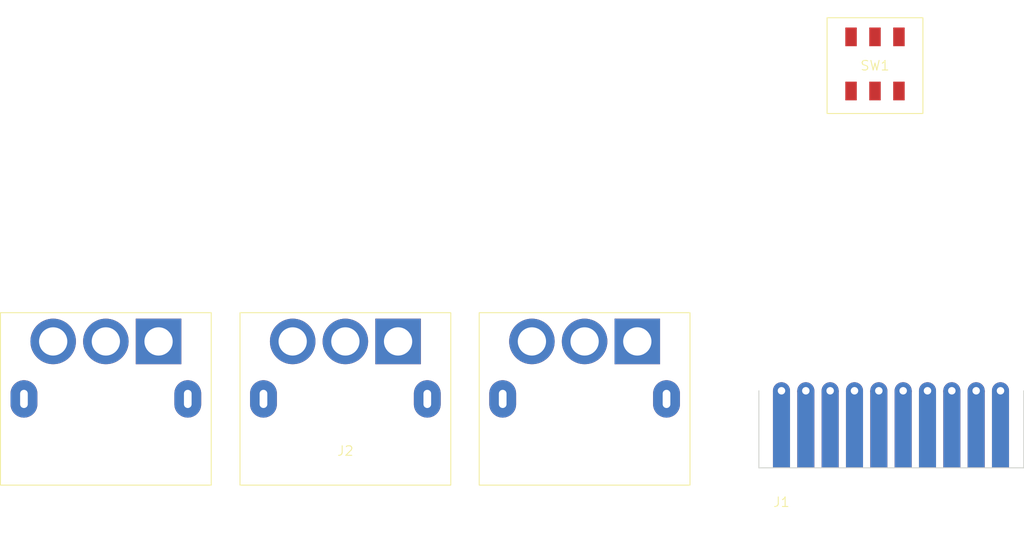
<source format=kicad_pcb>
(kicad_pcb (version 20221018) (generator pcbnew)
  (layers (0 "F.Cu" signal) (31 "B.Cu" signal) (34 "B.Paste" user) (35 "F.Paste" user) (36 "B.SilkS" user "B.Silkscreen") (37 "F.SilkS" user "F.Silkscreen") (38 "B.Mask" user) (39 "F.Mask" user) (44 "Edge.Cuts" user))
  (net 0 "")
  (net 1 "GND1")
  (net 2 "/tx0{slash}sda0")
  (net 3 "/rx0{slash}scl0")
  (net 4 "/tx1{slash}sda1")
  (net 5 "/rx1{slash}scl1")
  (net 6 "/tx2{slash}sda2")
  (net 7 "/rx2{slash}scl2")
  (net 8 "/48v")
  (net 9 "/24v")
  (net 10 "GND2")
  (net 11 "/12v")
  (net 12 "/5v")
  (net 13 "/tx")
  (net 14 "/sda")
  (net 15 "/rx")
  (net 16 "/scl")
  (footprint "2024-backplane:MR60PW-M_X3" (layer "F.Cu") (at 125.1 130.85)
    (fp_text reference "J2" (at 0 11.43 unlocked) (layer "F.SilkS") (effects (font (thickness 0.1))))
    (fp_text value "~")
    (fp_rect (start -36 -3) (end -14 15) (stroke (width 0.1)) (fill none) (layer "F.SilkS"))
    (fp_rect (start -11 -3) (end 11 15) (stroke (width 0.1)) (fill none) (layer "F.SilkS"))
    (fp_rect (start 13.97 -3) (end 35.97 15) (stroke (width 0.1)) (fill none) (layer "F.SilkS"))
    (pad "" thru_hole oval (at -33.55 6) (size 2.8 3.9) (drill oval 0.8 1.9) (layers "*.Cu" "*.Mask"))
    (pad "" thru_hole oval (at -16.45 6) (size 2.8 3.9) (drill oval 0.8 1.9) (layers "*.Cu" "*.Mask"))
    (pad "" thru_hole oval (at -8.55 6) (size 2.8 3.9) (drill oval 0.8 1.9) (layers "*.Cu" "*.Mask"))
    (pad "" thru_hole oval (at 8.55 6) (size 2.8 3.9) (drill oval 0.8 1.9) (layers "*.Cu" "*.Mask"))
    (pad "" thru_hole oval (at 16.42 6) (size 2.8 3.9) (drill oval 0.8 1.9) (layers "*.Cu" "*.Mask"))
    (pad "" thru_hole oval (at 33.52 6) (size 2.8 3.9) (drill oval 0.8 1.9) (layers "*.Cu" "*.Mask"))
    (pad "1" thru_hole circle (at -30.5 0) (size 4.75 4.75) (drill 2.95) (layers "*.Cu" "*.Mask") (net 8 "/48v"))
    (pad "2" thru_hole circle (at -25 0) (size 4.75 4.75) (drill 2.95) (layers "*.Cu" "*.Mask") (net 9 "/24v"))
    (pad "3" thru_hole rect (at -19.5 0) (size 4.75 4.75) (drill 2.95) (layers "*.Cu" "*.Mask") (net 10 "GND2"))
    (pad "4" thru_hole circle (at -5.5 0) (size 4.75 4.75) (drill 2.95) (layers "*.Cu" "*.Mask") (net 11 "/12v"))
    (pad "5" thru_hole circle (at 0 0) (size 4.75 4.75) (drill 2.95) (layers "*.Cu" "*.Mask") (net 11 "/12v"))
    (pad "6" thru_hole rect (at 5.5 0) (size 4.75 4.75) (drill 2.95) (layers "*.Cu" "*.Mask") (net 11 "/12v"))
    (pad "7" thru_hole circle (at 19.47 0) (size 4.75 4.75) (drill 2.95) (layers "*.Cu" "*.Mask") (net 10 "GND2"))
    (pad "8" thru_hole circle (at 24.97 0) (size 4.75 4.75) (drill 2.95) (layers "*.Cu" "*.Mask") (net 12 "/5v"))
    (pad "9" thru_hole rect (at 30.47 0) (size 4.75 4.75) (drill 2.95) (layers "*.Cu" "*.Mask") (net 10 "GND2"))
  )
  (footprint "2024-backplane:SW_CUI_DPDT" (layer "F.Cu") (at 180.38 102.06)
    (fp_text reference "SW1" (at 0 0 unlocked) (layer "F.SilkS") (effects (font (thickness 0.1))))
    (fp_text value "SW_DPDT_x2")
    (fp_rect (start -5 -5) (end 5 5) (stroke (width 0.1)) (fill none) (layer "F.SilkS"))
    (pad "1" smd rect (at -2.5 -3 180) (size 1.2 1.95) (layers "F.Cu" "F.Paste" "F.Mask") (net 13 "/tx"))
    (pad "2" smd rect (at 0 -3 180) (size 1.2 1.95) (layers "F.Cu" "F.Paste" "F.Mask") (net 2 "/tx0{slash}sda0"))
    (pad "3" smd rect (at 2.5 -3 180) (size 1.2 1.95) (layers "F.Cu" "F.Paste" "F.Mask") (net 14 "/sda"))
    (pad "4" smd rect (at -2.5 2.65 180) (size 1.2 1.95) (layers "F.Cu" "F.Paste" "F.Mask") (net 15 "/rx"))
    (pad "5" smd rect (at 0 2.65 180) (size 1.2 1.95) (layers "F.Cu" "F.Paste" "F.Mask") (net 3 "/rx0{slash}scl0"))
    (pad "6" smd rect (at 2.5 2.65 180) (size 1.2 1.95) (layers "F.Cu" "F.Paste" "F.Mask") (net 16 "/scl"))
  )
  (footprint "2024-backplane:CardEdge_2x10" (layer "F.Cu") (at 170.62 140)
    (fp_text reference "J1" (at 0 7.62 unlocked) (layer "F.SilkS") (effects (font (thickness 0.1))))
    (fp_text value "Conn_01x10_Pin")
    (pad "1" thru_hole circle (at 0 -4 180) (size 1.78 1.78) (drill 0.78) (layers "*.Cu" "*.Mask") (net 1 "GND1"))
    (pad "1" smd rect (at 0 0 180) (size 1.78 8) (layers "F.Cu" "F.Paste" "F.Mask") (net 1 "GND1"))
    (pad "1" smd rect (at 0 0) (size 1.78 8) (layers "B.Cu" "B.Paste" "B.Mask") (net 1 "GND1"))
    (pad "2" thru_hole circle (at 2.54 -4 180) (size 1.78 1.78) (drill 0.78) (layers "*.Cu" "*.Mask") (net 2 "/tx0{slash}sda0"))
    (pad "2" smd rect (at 2.54 0 180) (size 1.78 8) (layers "F.Cu" "F.Paste" "F.Mask") (net 2 "/tx0{slash}sda0"))
    (pad "2" smd rect (at 2.54 0) (size 1.78 8) (layers "B.Cu" "B.Paste" "B.Mask") (net 2 "/tx0{slash}sda0"))
    (pad "3" thru_hole circle (at 5.08 -4 180) (size 1.78 1.78) (drill 0.78) (layers "*.Cu" "*.Mask") (net 3 "/rx0{slash}scl0"))
    (pad "3" smd rect (at 5.08 0 180) (size 1.78 8) (layers "F.Cu" "F.Paste" "F.Mask") (net 3 "/rx0{slash}scl0"))
    (pad "3" smd rect (at 5.08 0) (size 1.78 8) (layers "B.Cu" "B.Paste" "B.Mask") (net 3 "/rx0{slash}scl0"))
    (pad "4" thru_hole circle (at 7.62 -4 180) (size 1.78 1.78) (drill 0.78) (layers "*.Cu" "*.Mask") (net 1 "GND1"))
    (pad "4" smd rect (at 7.62 0 180) (size 1.78 8) (layers "F.Cu" "F.Paste" "F.Mask") (net 1 "GND1"))
    (pad "4" smd rect (at 7.62 0) (size 1.78 8) (layers "B.Cu" "B.Paste" "B.Mask") (net 1 "GND1"))
    (pad "5" thru_hole circle (at 10.16 -4 180) (size 1.78 1.78) (drill 0.78) (layers "*.Cu" "*.Mask") (net 4 "/tx1{slash}sda1"))
    (pad "5" smd rect (at 10.16 0 180) (size 1.78 8) (layers "F.Cu" "F.Paste" "F.Mask") (net 4 "/tx1{slash}sda1"))
    (pad "5" smd rect (at 10.16 0) (size 1.78 8) (layers "B.Cu" "B.Paste" "B.Mask") (net 4 "/tx1{slash}sda1"))
    (pad "6" thru_hole circle (at 12.7 -4 180) (size 1.78 1.78) (drill 0.78) (layers "*.Cu" "*.Mask") (net 5 "/rx1{slash}scl1"))
    (pad "6" smd rect (at 12.7 0 180) (size 1.78 8) (layers "F.Cu" "F.Paste" "F.Mask") (net 5 "/rx1{slash}scl1"))
    (pad "6" smd rect (at 12.7 0) (size 1.78 8) (layers "B.Cu" "B.Paste" "B.Mask") (net 5 "/rx1{slash}scl1"))
    (pad "7" thru_hole circle (at 15.24 -4 180) (size 1.78 1.78) (drill 0.78) (layers "*.Cu" "*.Mask") (net 1 "GND1"))
    (pad "7" smd rect (at 15.24 0 180) (size 1.78 8) (layers "F.Cu" "F.Paste" "F.Mask") (net 1 "GND1"))
    (pad "7" smd rect (at 15.24 0) (size 1.78 8) (layers "B.Cu" "B.Paste" "B.Mask") (net 1 "GND1"))
    (pad "8" thru_hole circle (at 17.78 -4 180) (size 1.78 1.78) (drill 0.78) (layers "*.Cu" "*.Mask") (net 6 "/tx2{slash}sda2"))
    (pad "8" smd rect (at 17.78 0 180) (size 1.78 8) (layers "F.Cu" "F.Paste" "F.Mask") (net 6 "/tx2{slash}sda2"))
    (pad "8" smd rect (at 17.78 0) (size 1.78 8) (layers "B.Cu" "B.Paste" "B.Mask") (net 6 "/tx2{slash}sda2"))
    (pad "9" thru_hole circle (at 20.32 -4 180) (size 1.78 1.78) (drill 0.78) (layers "*.Cu" "*.Mask") (net 7 "/rx2{slash}scl2"))
    (pad "9" smd rect (at 20.32 0 180) (size 1.78 8) (layers "F.Cu" "F.Paste" "F.Mask") (net 7 "/rx2{slash}scl2"))
    (pad "9" smd rect (at 20.32 0) (size 1.78 8) (layers "B.Cu" "B.Paste" "B.Mask") (net 7 "/rx2{slash}scl2"))
    (pad "10" thru_hole circle (at 22.86 -4 180) (size 1.78 1.78) (drill 0.78) (layers "*.Cu" "*.Mask") (net 1 "GND1"))
    (pad "10" smd rect (at 22.86 0 180) (size 1.78 8) (layers "F.Cu" "F.Paste" "F.Mask") (net 1 "GND1"))
    (pad "10" smd rect (at 22.86 0) (size 1.78 8) (layers "B.Cu" "B.Paste" "B.Mask") (net 1 "GND1"))
  )
  (gr_line (start 195.9 144.042) (end 168.26 144.042) (stroke (width 0.1)) (layer "Edge.Cuts"))
  (gr_line (start 195.9 144.042) (end 195.9 136) (stroke (width 0.1)) (layer "Edge.Cuts"))
  (gr_line (start 168.26 144.042) (end 168.26 136) (stroke (width 0.1)) (layer "Edge.Cuts"))
)
</source>
